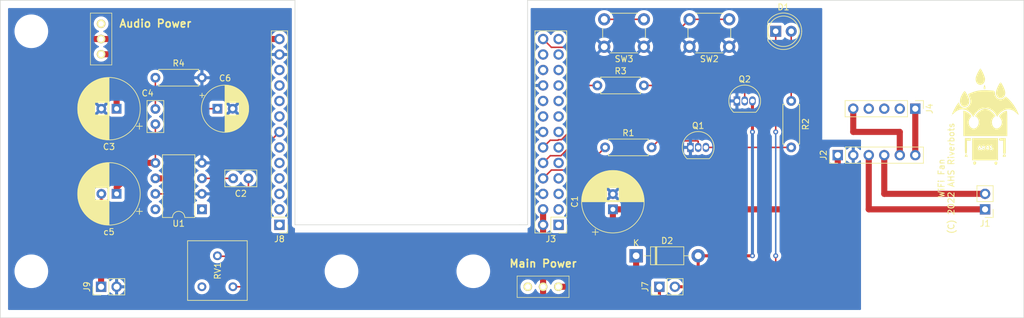
<source format=kicad_pcb>
(kicad_pcb (version 20211014) (generator pcbnew)
  (layers (0 "F.Cu" signal) (31 "B.Cu" signal) (34 "B.Paste" user) (35 "F.Paste" user) (36 "B.SilkS" user "B.Silkscreen") (37 "F.SilkS" user "F.Silkscreen") (38 "B.Mask" user) (39 "F.Mask" user) (44 "Edge.Cuts" user))
  (net 0 "")
  (net 1 "Net-(C1-Pad1)")
  (net 2 "Net-(C2-Pad2)")
  (net 3 "Net-(C2-Pad1)")
  (net 4 "GND")
  (net 5 "+5V")
  (net 6 "Net-(C4-Pad2)")
  (net 7 "Net-(C4-Pad1)")
  (net 8 "Net-(J9-Pad1)")
  (net 9 "Net-(C6-Pad1)")
  (net 10 "Net-(D1-Pad2)")
  (net 11 "Net-(D2-Pad2)")
  (net 12 "Net-(J1-Pad2)")
  (net 13 "Net-(J1-Pad1)")
  (net 14 "Net-(J2-Pad6)")
  (net 15 "Net-(J2-Pad5)")
  (net 16 "Net-(J3-Pad26)")
  (net 17 "Net-(J3-Pad25)")
  (net 18 "Net-(J3-Pad24)")
  (net 19 "Net-(J3-Pad23)")
  (net 20 "Net-(J3-Pad22)")
  (net 21 "Net-(J3-Pad21)")
  (net 22 "Net-(J3-Pad19)")
  (net 23 "Net-(J3-Pad18)")
  (net 24 "Net-(J3-Pad17)")
  (net 25 "Net-(J3-Pad16)")
  (net 26 "Net-(J3-Pad15)")
  (net 27 "Net-(J3-Pad13)")
  (net 28 "Net-(J3-Pad12)")
  (net 29 "Net-(J3-Pad11)")
  (net 30 "Net-(J3-Pad10)")
  (net 31 "Net-(J3-Pad9)")
  (net 32 "Net-(J3-Pad8)")
  (net 33 "Net-(J3-Pad7)")
  (net 34 "Net-(J3-Pad5)")
  (net 35 "Net-(J3-Pad3)")
  (net 36 "Net-(J3-Pad1)")
  (net 37 "Net-(J4-Pad4)")
  (net 38 "Net-(J4-Pad3)")
  (net 39 "Net-(J4-Pad2)")
  (net 40 "Net-(J8-Pad11)")
  (net 41 "Net-(J8-Pad10)")
  (net 42 "Net-(J8-Pad9)")
  (net 43 "Net-(J8-Pad8)")
  (net 44 "Net-(J8-Pad7)")
  (net 45 "Net-(J8-Pad6)")
  (net 46 "Net-(J8-Pad5)")
  (net 47 "Net-(J8-Pad4)")
  (net 48 "Net-(J8-Pad3)")
  (net 49 "Net-(J8-Pad2)")
  (net 50 "Net-(J8-Pad1)")
  (net 51 "Net-(Q1-Pad3)")
  (net 52 "Net-(Q1-Pad2)")
  (net 53 "Net-(Q2-Pad2)")
  (net 54 "Net-(RV1-Pad3)")
  (net 55 "Net-(SW1-Pad3)")
  (net 56 "Net-(SW4-Pad1)")
  (net 57 "Net-(U1-Pad8)")
  (net 58 "Net-(U1-Pad1)")
  (net 59 "Net-(C3-Pad1)")
  (footprint "Capacitor_THT:C_Disc_D5.0mm_W2.5mm_P2.50mm" (layer "F.Cu") (at 104.14 96.52 180)
    (fp_text reference "C2" (at 1.25 -2.5) (layer "F.SilkS"))
    (fp_text value "10n")
    (pad "1" thru_hole circle locked (at 0 0 180) (size 1.6 1.6) (drill 0.8) (layers *.Cu *.Mask) (net 3 "Net-(C2-Pad1)"))
    (pad "2" thru_hole circle locked (at 2.5 0 180) (size 1.6 1.6) (drill 0.8) (layers *.Cu *.Mask) (net 2 "Net-(C2-Pad2)"))
  )
  (footprint "Capacitor_THT:C_Disc_D5.0mm_W2.5mm_P2.50mm" (layer "F.Cu") (at 88.9 87.63 90)
    (fp_text reference "C4" (at 5.08 -1.27 180) (layer "F.SilkS"))
    (fp_text value "10n")
    (pad "1" thru_hole circle locked (at 0 0 90) (size 1.6 1.6) (drill 0.8) (layers *.Cu *.Mask) (net 7 "Net-(C4-Pad1)"))
    (pad "2" thru_hole circle locked (at 2.5 0 90) (size 1.6 1.6) (drill 0.8) (layers *.Cu *.Mask) (net 6 "Net-(C4-Pad2)"))
  )
  (footprint "Capacitor_THT:CP_Radial_D10.0mm_P2.50mm" (layer "F.Cu") (at 82.55 99.06 180)
    (fp_text reference "c5" (at 1.25 -6.25) (layer "F.SilkS"))
    (fp_text value "100u")
    (pad "1" thru_hole rect locked (at 0 0 180) (size 1.6 1.6) (drill 0.8) (layers *.Cu *.Mask) (net 7 "Net-(C4-Pad1)"))
    (pad "2" thru_hole circle locked (at 2.5 0 180) (size 1.6 1.6) (drill 0.8) (layers *.Cu *.Mask) (net 8 "Net-(J9-Pad1)"))
  )
  (footprint "Capacitor_THT:CP_Radial_D7.5mm_P2.50mm" (layer "F.Cu") (at 99.06 85.09)
    (fp_text reference "C6" (at 1.25 -5) (layer "F.SilkS"))
    (fp_text value "10u")
    (pad "1" thru_hole rect locked (at 0 0) (size 1.6 1.6) (drill 0.8) (layers *.Cu *.Mask) (net 9 "Net-(C6-Pad1)"))
    (pad "2" thru_hole circle locked (at 2.5 0) (size 1.6 1.6) (drill 0.8) (layers *.Cu *.Mask) (net 4 "GND"))
  )
  (footprint "LED_THT:LED_D5.0mm" (layer "F.Cu") (at 190.5 72.39)
    (fp_text reference "D1" (at 1.27 -3.96) (layer "F.SilkS"))
    (fp_text value "LED")
    (pad "1" thru_hole rect locked (at 0 0) (size 1.8 1.8) (drill 0.9) (layers *.Cu *.Mask) (net 5 "+5V"))
    (pad "2" thru_hole circle locked (at 2.54 0) (size 1.8 1.8) (drill 0.9) (layers *.Cu *.Mask) (net 10 "Net-(D1-Pad2)"))
  )
  (footprint "Diode_THT:D_DO-41_SOD81_P10.16mm_Horizontal" (layer "F.Cu") (at 167.64 109.22)
    (fp_text reference "D2" (at 5.08 -2.47) (layer "F.SilkS"))
    (fp_text value "1N4001")
    (fp_text user "K" (at 0 -2.1) (layer "F.SilkS"))
    (pad "1" thru_hole rect locked (at 0 0) (size 2.2 2.2) (drill 1.1) (layers *.Cu *.Mask) (net 5 "+5V"))
    (pad "2" thru_hole oval locked (at 10.16 0) (size 2.2 2.2) (drill 1.1) (layers *.Cu *.Mask) (net 11 "Net-(D2-Pad2)"))
  )
  (footprint "Connector_PinHeader_2.54mm:PinHeader_1x02_P2.54mm_Vertical" (layer "F.Cu") (at 224.79 101.6 180)
    (fp_text reference "J1" (at 0 -2.33) (layer "F.SilkS"))
    (fp_text value "Batt")
    (pad "1" thru_hole rect locked (at 0 0 180) (size 1.7 1.7) (drill 1) (layers *.Cu *.Mask) (net 13 "Net-(J1-Pad1)"))
    (pad "2" thru_hole oval locked (at 0 2.54 180) (size 1.7 1.7) (drill 1) (layers *.Cu *.Mask) (net 12 "Net-(J1-Pad2)"))
  )
  (footprint "Connector_PinHeader_2.54mm:PinHeader_1x06_P2.54mm_Vertical" (layer "F.Cu") (at 200.66 92.71 90)
    (fp_text reference "J2" (at 0 -2.33 90) (layer "F.SilkS"))
    (fp_text value "Chrg_Ctrl")
    (pad "1" thru_hole rect locked (at 0 0 90) (size 1.7 1.7) (drill 1) (layers *.Cu *.Mask) (net 1 "Net-(C1-Pad1)"))
    (pad "2" thru_hole oval locked (at 0 2.54 90) (size 1.7 1.7) (drill 1) (layers *.Cu *.Mask) (net 4 "GND"))
    (pad "3" thru_hole oval locked (at 0 5.08 90) (size 1.7 1.7) (drill 1) (layers *.Cu *.Mask) (net 13 "Net-(J1-Pad1)"))
    (pad "4" thru_hole oval locked (at 0 7.62 90) (size 1.7 1.7) (drill 1) (layers *.Cu *.Mask) (net 12 "Net-(J1-Pad2)"))
    (pad "5" thru_hole oval locked (at 0 10.16 90) (size 1.7 1.7) (drill 1) (layers *.Cu *.Mask) (net 15 "Net-(J2-Pad5)"))
    (pad "6" thru_hole oval locked (at 0 12.7 90) (size 1.7 1.7) (drill 1) (layers *.Cu *.Mask) (net 14 "Net-(J2-Pad6)"))
  )
  (footprint "Connector_PinHeader_2.54mm:PinHeader_2x13_P2.54mm_Vertical" (layer "F.Cu") (at 154.94 104.14 180)
    (fp_text reference "J3" (at 1.27 -2.33) (layer "F.SilkS"))
    (fp_text value "PiZero_26")
    (pad "1" thru_hole rect locked (at 0 0 180) (size 1.7 1.7) (drill 1) (layers *.Cu *.Mask) (net 36 "Net-(J3-Pad1)"))
    (pad "2" thru_hole oval locked (at 2.54 0 180) (size 1.7 1.7) (drill 1) (layers *.Cu *.Mask) (net 5 "+5V"))
    (pad "3" thru_hole oval locked (at 0 2.54 180) (size 1.7 1.7) (drill 1) (layers *.Cu *.Mask) (net 35 "Net-(J3-Pad3)"))
    (pad "4" thru_hole oval locked (at 2.54 2.54 180) (size 1.7 1.7) (drill 1) (layers *.Cu *.Mask) (net 5 "+5V"))
    (pad "5" thru_hole oval locked (at 0 5.08 180) (size 1.7 1.7) (drill 1) (layers *.Cu *.Mask) (net 34 "Net-(J3-Pad5)"))
    (pad "6" thru_hole oval locked (at 2.54 5.08 180) (size 1.7 1.7) (drill 1) (layers *.Cu *.Mask) (net 4 "GND"))
    (pad "7" thru_hole oval locked (at 0 7.62 180) (size 1.7 1.7) (drill 1) (layers *.Cu *.Mask) (net 33 "Net-(J3-Pad7)"))
    (pad "8" thru_hole oval locked (at 2.54 7.62 180) (size 1.7 1.7) (drill 1) (layers *.Cu *.Mask) (net 32 "Net-(J3-Pad8)"))
    (pad "9" thru_hole oval locked (at 0 10.16 180) (size 1.7 1.7) (drill 1) (layers *.Cu *.Mask) (net 31 "Net-(J3-Pad9)"))
    (pad "10" thru_hole oval locked (at 2.54 10.16 180) (size 1.7 1.7) (drill 1) (layers *.Cu *.Mask) (net 30 "Net-(J3-Pad10)"))
    (pad "11" thru_hole oval locked (at 0 12.7 180) (size 1.7 1.7) (drill 1) (layers *.Cu *.Mask) (net 29 "Net-(J3-Pad11)"))
    (pad "12" thru_hole oval locked (at 2.54 12.7 180) (size 1.7 1.7) (drill 1) (layers *.Cu *.Mask) (net 28 "Net-(J3-Pad12)"))
    (pad "13" thru_hole oval locked (at 0 15.24 180) (size 1.7 1.7) (drill 1) (layers *.Cu *.Mask) (net 27 "Net-(J3-Pad13)"))
    (pad "14" thru_hole oval locked (at 2.54 15.24 180) (size 1.7 1.7) (drill 1) (layers *.Cu *.Mask) (net 4 "GND"))
    (pad "15" thru_hole oval locked (at 0 17.78 180) (size 1.7 1.7) (drill 1) (layers *.Cu *.Mask) (net 26 "Net-(J3-Pad15)"))
    (pad "16" thru_hole oval locked (at 2.54 17.78 180) (size 1.7 1.7) (drill 1) (layers *.Cu *.Mask) (net 25 "Net-(J3-Pad16)"))
    (pad "17" thru_hole oval locked (at 0 20.32 180) (size 1.7 1.7) (drill 1) (layers *.Cu *.Mask) (net 24 "Net-(J3-Pad17)"))
    (pad "18" thru_hole oval locked (at 2.54 20.32 180) (size 1.7 1.7) (drill 1) (layers *.Cu *.Mask) (net 23 "Net-(J3-Pad18)"))
    (pad "19" thru_hole oval locked (at 0 22.86 180) (size 1.7 1.7) (drill 1) (layers *.Cu *.Mask) (net 22 "Net-(J3-Pad19)"))
    (pad "20" thru_hole oval locked (at 2.54 22.86 180) (size 1.7 1.7) (drill 1) (layers *.Cu *.Mask) (net 4 "GND"))
    (pad "21" thru_hole oval locked (at 0 25.4 180) (size 1.7 1.7) (drill 1) (layers *.Cu *.Mask) (net 21 "Net-(J3-Pad21)"))
    (pad "22" thru_hole oval locked (at 2.54 25.4 180) (size 1.7 1.7) (drill 1) (layers *.Cu *.Mask) (net 20 "Net-(J3-Pad22)"))
    (pad "23" thru_hole oval locked (at 0 27.94 180) (size 1.7 1.7) (drill 1) (layers *.Cu *.Mask) (net 19 "Net-(J3-Pad23)"))
    (pad "24" thru_hole oval locked (at 2.54 27.94 180) (size 1.7 1.7) (drill 1) (layers *.Cu *.Mask) (net 18 "Net-(J3-Pad24)"))
    (pad "25" thru_hole oval locked (at 0 30.48 180) (size 1.7 1.7) (drill 1) (layers *.Cu *.Mask) (net 17 "Net-(J3-Pad25)"))
    (pad "26" thru_hole oval locked (at 2.54 30.48 180) (size 1.7 1.7) (drill 1) (layers *.Cu *.Mask) (net 16 "Net-(J3-Pad26)"))
  )
  (footprint "Connector_PinHeader_2.54mm:PinHeader_1x05_P2.54mm_Vertical" (layer "F.Cu") (at 213.36 85.09 -90)
    (fp_text reference "J4" (at 0 -2.33 90) (layer "F.SilkS"))
    (fp_text value "MicroUSB")
    (pad "1" thru_hole rect locked (at 0 0 270) (size 1.7 1.7) (drill 1) (layers *.Cu *.Mask) (net 14 "Net-(J2-Pad6)"))
    (pad "2" thru_hole oval locked (at 0 2.54 270) (size 1.7 1.7) (drill 1) (layers *.Cu *.Mask) (net 39 "Net-(J4-Pad2)"))
    (pad "3" thru_hole oval locked (at 0 5.08 270) (size 1.7 1.7) (drill 1) (layers *.Cu *.Mask) (net 38 "Net-(J4-Pad3)"))
    (pad "4" thru_hole oval locked (at 0 7.62 270) (size 1.7 1.7) (drill 1) (layers *.Cu *.Mask) (net 37 "Net-(J4-Pad4)"))
    (pad "5" thru_hole oval locked (at 0 10.16 270) (size 1.7 1.7) (drill 1) (layers *.Cu *.Mask) (net 15 "Net-(J2-Pad5)"))
  )
  (footprint "Connector_PinHeader_2.54mm:PinHeader_1x02_P2.54mm_Vertical" (layer "F.Cu") (at 171.45 114.3 90)
    (fp_text reference "J7" (at 0 -2.33 90) (layer "F.SilkS"))
    (fp_text value "Fan")
    (pad "1" thru_hole rect locked (at 0 0 90) (size 1.7 1.7) (drill 1) (layers *.Cu *.Mask) (net 5 "+5V"))
    (pad "2" thru_hole oval locked (at 0 2.54 90) (size 1.7 1.7) (drill 1) (layers *.Cu *.Mask) (net 11 "Net-(D2-Pad2)"))
  )
  (footprint "Connector_PinHeader_2.54mm:PinHeader_1x13_P2.54mm_Vertical" (layer "F.Cu") (at 109.22 104.14 180)
    (fp_text reference "J8" (at 0 -2.33) (layer "F.SilkS"))
    (fp_text value "PiZero_Anlg")
    (pad "1" thru_hole rect locked (at 0 0 180) (size 1.7 1.7) (drill 1) (layers *.Cu *.Mask) (net 50 "Net-(J8-Pad1)"))
    (pad "2" thru_hole oval locked (at 0 2.54 180) (size 1.7 1.7) (drill 1) (layers *.Cu *.Mask) (net 49 "Net-(J8-Pad2)"))
    (pad "3" thru_hole oval locked (at 0 5.08 180) (size 1.7 1.7) (drill 1) (layers *.Cu *.Mask) (net 48 "Net-(J8-Pad3)"))
    (pad "4" thru_hole oval locked (at 0 7.62 180) (size 1.7 1.7) (drill 1) (layers *.Cu *.Mask) (net 47 "Net-(J8-Pad4)"))
    (pad "5" thru_hole oval locked (at 0 10.16 180) (size 1.7 1.7) (drill 1) (layers *.Cu *.Mask) (net 46 "Net-(J8-Pad5)"))
    (pad "6" thru_hole oval locked (at 0 12.7 180) (size 1.7 1.7) (drill 1) (layers *.Cu *.Mask) (net 45 "Net-(J8-Pad6)"))
    (pad "7" thru_hole oval locked (at 0 15.24 180) (size 1.7 1.7) (drill 1) (layers *.Cu *.Mask) (net 44 "Net-(J8-Pad7)"))
    (pad "8" thru_hole oval locked (at 0 17.78 180) (size 1.7 1.7) (drill 1) (layers *.Cu *.Mask) (net 43 "Net-(J8-Pad8)"))
    (pad "9" thru_hole oval locked (at 0 20.32 180) (size 1.7 1.7) (drill 1) (layers *.Cu *.Mask) (net 42 "Net-(J8-Pad9)"))
    (pad "10" thru_hole oval locked (at 0 22.86 180) (size 1.7 1.7) (drill 1) (layers *.Cu *.Mask) (net 41 "Net-(J8-Pad10)"))
    (pad "11" thru_hole oval locked (at 0 25.4 180) (size 1.7 1.7) (drill 1) (layers *.Cu *.Mask) (net 40 "Net-(J8-Pad11)"))
    (pad "12" thru_hole oval locked (at 0 27.94 180) (size 1.7 1.7) (drill 1) (layers *.Cu *.Mask) (net 4 "GND"))
    (pad "13" thru_hole oval locked (at 0 30.48 180) (size 1.7 1.7) (drill 1) (layers *.Cu *.Mask) (net 5 "+5V"))
  )
  (footprint "Connector_PinHeader_2.54mm:PinHeader_1x02_P2.54mm_Vertical" (layer "F.Cu") (at 80.01 114.3 90)
    (fp_text reference "J9" (at 0 -2.33 90) (layer "F.SilkS"))
    (fp_text value "Spkr")
    (pad "1" thru_hole rect locked (at 0 0 90) (size 1.7 1.7) (drill 1) (layers *.Cu *.Mask) (net 8 "Net-(J9-Pad1)"))
    (pad "2" thru_hole oval locked (at 0 2.54 90) (size 1.7 1.7) (drill 1) (layers *.Cu *.Mask) (net 4 "GND"))
  )
  (footprint "Package_TO_SOT_THT:TO-92_Inline" (layer "F.Cu") (at 176.53 91.44)
    (fp_text reference "Q1" (at 1.27 -3.56) (layer "F.SilkS"))
    (fp_text value "PN2222A")
    (pad "1" thru_hole rect locked (at 0 0) (size 1.05 1.5) (drill 0.75) (layers *.Cu *.Mask) (net 4 "GND"))
    (pad "2" thru_hole oval locked (at 1.27 0) (size 1.05 1.5) (drill 0.75) (layers *.Cu *.Mask) (net 52 "Net-(Q1-Pad2)"))
    (pad "3" thru_hole oval locked (at 2.54 0) (size 1.05 1.5) (drill 0.75) (layers *.Cu *.Mask) (net 51 "Net-(Q1-Pad3)"))
  )
  (footprint "Package_TO_SOT_THT:TO-92_Inline" (layer "F.Cu") (at 184.15 83.82)
    (fp_text reference "Q2" (at 1.27 -3.56) (layer "F.SilkS"))
    (fp_text value "PN2222A")
    (pad "1" thru_hole rect locked (at 0 0) (size 1.05 1.5) (drill 0.75) (layers *.Cu *.Mask) (net 4 "GND"))
    (pad "2" thru_hole oval locked (at 1.27 0) (size 1.05 1.5) (drill 0.75) (layers *.Cu *.Mask) (net 53 "Net-(Q2-Pad2)"))
    (pad "3" thru_hole oval locked (at 2.54 0) (size 1.05 1.5) (drill 0.75) (layers *.Cu *.Mask) (net 11 "Net-(D2-Pad2)"))
  )
  (footprint "Resistor_THT:R_Axial_DIN0207_L6.3mm_D2.5mm_P7.62mm_Horizontal" (layer "F.Cu") (at 162.56 91.44)
    (fp_text reference "R1" (at 3.81 -2.37) (layer "F.SilkS"))
    (fp_text value "3k")
    (pad "1" thru_hole circle locked (at 0 0) (size 1.6 1.6) (drill 0.8) (layers *.Cu *.Mask) (net 32 "Net-(J3-Pad8)"))
    (pad "2" thru_hole oval locked (at 7.62 0) (size 1.6 1.6) (drill 0.8) (layers *.Cu *.Mask) (net 52 "Net-(Q1-Pad2)"))
  )
  (footprint "Resistor_THT:R_Axial_DIN0207_L6.3mm_D2.5mm_P7.62mm_Horizontal" (layer "F.Cu") (at 193.04 83.82 -90)
    (fp_text reference "R2" (at 3.81 -2.37 90) (layer "F.SilkS"))
    (fp_text value "150")
    (pad "1" thru_hole circle locked (at 0 0 270) (size 1.6 1.6) (drill 0.8) (layers *.Cu *.Mask) (net 10 "Net-(D1-Pad2)"))
    (pad "2" thru_hole oval locked (at 7.62 0 270) (size 1.6 1.6) (drill 0.8) (layers *.Cu *.Mask) (net 51 "Net-(Q1-Pad3)"))
  )
  (footprint "Resistor_THT:R_Axial_DIN0207_L6.3mm_D2.5mm_P7.62mm_Horizontal" (layer "F.Cu") (at 161.29 81.28)
    (fp_text reference "R3" (at 3.81 -2.37) (layer "F.SilkS"))
    (fp_text value "3k")
    (pad "1" thru_hole circle locked (at 0 0) (size 1.6 1.6) (drill 0.8) (layers *.Cu *.Mask) (net 16 "Net-(J3-Pad26)"))
    (pad "2" thru_hole oval locked (at 7.62 0) (size 1.6 1.6) (drill 0.8) (layers *.Cu *.Mask) (net 53 "Net-(Q2-Pad2)"))
  )
  (footprint "Resistor_THT:R_Axial_DIN0207_L6.3mm_D2.5mm_P7.62mm_Horizontal" (layer "F.Cu") (at 88.9 80.01)
    (fp_text reference "R4" (at 3.81 -2.37) (layer "F.SilkS"))
    (fp_text value "100")
    (pad "1" thru_hole circle locked (at 0 0) (size 1.6 1.6) (drill 0.8) (layers *.Cu *.Mask) (net 6 "Net-(C4-Pad2)"))
    (pad "2" thru_hole oval locked (at 7.62 0) (size 1.6 1.6) (drill 0.8) (layers *.Cu *.Mask) (net 4 "GND"))
  )
  (footprint "Potentiometer_THT:Potentiometer_Bourns_3386F_Vertical" (layer "F.Cu") (at 101.6 114.3 90)
    (fp_text reference "RV1" (at 2.6 -2.5 90) (layer "F.SilkS"))
    (fp_text value "100k")
    (pad "1" thru_hole circle locked (at 0 0 90) (size 1.44 1.44) (drill 0.8) (layers *.Cu *.Mask) (net 44 "Net-(J8-Pad7)"))
    (pad "2" thru_hole circle locked (at 5.08 -2.54 90) (size 1.44 1.44) (drill 0.8) (layers *.Cu *.Mask) (net 3 "Net-(C2-Pad1)"))
    (pad "3" thru_hole circle locked (at 0 -5.08 90) (size 1.44 1.44) (drill 0.8) (layers *.Cu *.Mask) (net 54 "Net-(RV1-Pad3)"))
  )
  (footprint "Button_Switch_THT:SW_PUSH_6mm" (layer "F.Cu") (at 182.88 74.93 180)
    (fp_text reference "SW2" (at 3.25 -2) (layer "F.SilkS"))
    (fp_text value "Push A")
    (pad "1" thru_hole circle locked (at 0 0 270) (size 2 2) (drill 1.1) (layers *.Cu *.Mask) (net 4 "GND"))
    (pad "1" thru_hole circle locked (at 6.5 0 270) (size 2 2) (drill 1.1) (layers *.Cu *.Mask) (net 4 "GND"))
    (pad "2" thru_hole circle locked (at 6.5 4.5 270) (size 2 2) (drill 1.1) (layers *.Cu *.Mask) (net 30 "Net-(J3-Pad10)"))
    (pad "2" thru_hole circle locked (at 0 4.5 270) (size 2 2) (drill 1.1) (layers *.Cu *.Mask) (net 30 "Net-(J3-Pad10)"))
  )
  (footprint "Button_Switch_THT:SW_PUSH_6mm" (layer "F.Cu") (at 168.91 74.93 180)
    (fp_text reference "SW3" (at 3.25 -2) (layer "F.SilkS"))
    (fp_text value "Push B")
    (pad "1" thru_hole circle locked (at 0 0 270) (size 2 2) (drill 1.1) (layers *.Cu *.Mask) (net 4 "GND"))
    (pad "1" thru_hole circle locked (at 6.5 0 270) (size 2 2) (drill 1.1) (layers *.Cu *.Mask) (net 4 "GND"))
    (pad "2" thru_hole circle locked (at 6.5 4.5 270) (size 2 2) (drill 1.1) (layers *.Cu *.Mask) (net 28 "Net-(J3-Pad12)"))
    (pad "2" thru_hole circle locked (at 0 4.5 270) (size 2 2) (drill 1.1) (layers *.Cu *.Mask) (net 28 "Net-(J3-Pad12)"))
  )
  (footprint "SS12D00G3:SS12D00G3" (layer "F.Cu") (at 80.01 73.66 -90)
    (fp_text reference "Audio Power" (at -2.54 -8.89 180) (layer "F.SilkS") (effects (font (size 1.27 1.27) (thickness 0.254))))
    (fp_text value "Audio Pwr" hide)
    (pad "1" thru_hole circle locked (at -2.5 0) (size 1.4 1.4) (drill 0.9) (layers *.Cu *.Mask "F.SilkS") (net 56 "Net-(SW4-Pad1)"))
    (pad "2" thru_hole circle locked (at 0 0) (size 1.4 1.4) (drill 0.9) (layers *.Cu *.Mask "F.SilkS") (net 5 "+5V"))
    (pad "3" thru_hole circle locked (at 2.5 0) (size 1.4 1.4) (drill 0.9) (layers *.Cu *.Mask "F.SilkS") (net 59 "Net-(C3-Pad1)"))
  )
  (footprint "Package_DIP:DIP-8_W7.62mm" (layer "F.Cu") (at 96.52 101.6 180)
    (fp_text reference "U1" (at 3.81 -2.33) (layer "F.SilkS"))
    (fp_text value "LM386")
    (pad "1" thru_hole rect locked (at 0 0 180) (size 1.6 1.6) (drill 0.8) (layers *.Cu *.Mask) (net 58 "Net-(U1-Pad1)"))
    (pad "2" thru_hole oval locked (at 0 2.54 180) (size 1.6 1.6) (drill 0.8) (layers *.Cu *.Mask) (net 4 "GND"))
    (pad "3" thru_hole oval locked (at 0 5.08 180) (size 1.6 1.6) (drill 0.8) (layers *.Cu *.Mask) (net 2 "Net-(C2-Pad2)"))
    (pad "4" thru_hole oval locked (at 0 7.62 180) (size 1.6 1.6) (drill 0.8) (layers *.Cu *.Mask) (net 4 "GND"))
    (pad "5" thru_hole oval locked (at 7.62 7.62 180) (size 1.6 1.6) (drill 0.8) (layers *.Cu *.Mask) (net 7 "Net-(C4-Pad1)"))
    (pad "6" thru_hole oval locked (at 7.62 5.08 180) (size 1.6 1.6) (drill 0.8) (layers *.Cu *.Mask) (net 59 "Net-(C3-Pad1)"))
    (pad "7" thru_hole oval locked (at 7.62 2.54 180) (size 1.6 1.6) (drill 0.8) (layers *.Cu *.Mask) (net 9 "Net-(C6-Pad1)"))
    (pad "8" thru_hole oval locked (at 7.62 0 180) (size 1.6 1.6) (drill 0.8) (layers *.Cu *.Mask) (net 57 "Net-(U1-Pad8)"))
  )
  (footprint "Capacitor_THT:CP_Radial_D10.0mm_P2.50mm" (layer "F.Cu") (at 163.83 101.6 90)
    (fp_text reference "C1" (at 1.25 -6.25 90) (layer "F.SilkS"))
    (fp_text value "2200u")
    (pad "1" thru_hole rect locked (at 0 0 90) (size 1.6 1.6) (drill 0.8) (layers *.Cu *.Mask) (net 1 "Net-(C1-Pad1)"))
    (pad "2" thru_hole circle locked (at 2.5 0 90) (size 1.6 1.6) (drill 0.8) (layers *.Cu *.Mask) (net 4 "GND"))
  )
  (footprint "SS12D00G3:SS12D00G3" (layer "F.Cu") (at 152.4 114.3 180)
    (fp_text reference "Main Power" (at 0 3.81) (layer "F.SilkS") (effects (font (size 1.27 1.27) (thickness 0.254))))
    (fp_text value "Main Pwr" hide)
    (pad "1" thru_hole circle locked (at -2.5 0 270) (size 1.4 1.4) (drill 0.9) (layers *.Cu *.Mask "F.SilkS") (net 1 "Net-(C1-Pad1)"))
    (pad "2" thru_hole circle locked (at 0 0 270) (size 1.4 1.4) (drill 0.9) (layers *.Cu *.Mask "F.SilkS") (net 5 "+5V"))
    (pad "3" thru_hole circle locked (at 2.5 0 270) (size 1.4 1.4) (drill 0.9) (layers *.Cu *.Mask "F.SilkS") (net 55 "Net-(SW1-Pad3)"))
  )
  (footprint "Capacitor_THT:CP_Radial_D10.0mm_P2.50mm" (layer "F.Cu") (at 82.55 85.09 180)
    (fp_text reference "C3" (at 1.25 -6.25) (layer "F.SilkS"))
    (fp_text value "100u")
    (pad "1" thru_hole rect locked (at 0 0 180) (size 1.6 1.6) (drill 0.8) (layers *.Cu *.Mask) (net 59 "Net-(C3-Pad1)"))
    (pad "2" thru_hole circle locked (at 2.5 0 180) (size 1.6 1.6) (drill 0.8) (layers *.Cu *.Mask) (net 4 "GND"))
  )
  (footprint "MountingHole:MountingHole_4.5mm" (layer "F.Cu") (at 224.79 73.66)
    (fp_text reference "REF**" hide)
    (fp_text value "MountingHole_4.5mm" hide)
    (pad "" np_thru_hole circle locked (at 0 0) (size 4.5 4.5) (drill 4.5) (layers *.Cu *.Mask))
  )
  (footprint "MountingHole:MountingHole_4.5mm" (layer "F.Cu") (at 224.79 111.76)
    (fp_text reference "REF**" hide)
    (fp_text value "MountingHole_4.5mm" hide)
    (pad "" np_thru_hole circle locked (at 0 0) (size 4.5 4.5) (drill 4.5) (layers *.Cu *.Mask))
  )
  (footprint "MountingHole:MountingHole_4.5mm" (layer "F.Cu") (at 140.97 111.76)
    (fp_text reference "REF**" hide)
    (fp_text value "MountingHole_4.5mm" hide)
    (pad "" np_thru_hole circle locked (at 0 0) (size 4.5 4.5) (drill 4.5) (layers *.Cu *.Mask))
  )
  (footprint "MountingHole:MountingHole_4.5mm" (layer "F.Cu") (at 68.58 72.39)
    (fp_text reference "REF**" hide)
    (fp_text value "MountingHole_4.5mm" hide)
    (pad "" np_thru_hole circle locked (at 0 0) (size 4.5 4.5) (drill 4.5) (layers *.Cu *.Mask))
  )
  (footprint "MountingHole:MountingHole_4.5mm" (layer "F.Cu") (at 68.58 111.76)
    (fp_text reference "REF**" hide)
    (fp_text value "MountingHole_4.5mm" hide)
    (pad "" np_thru_hole circle locked (at 0 0) (size 4.5 4.5) (drill 4.5) (layers *.Cu *.Mask))
  )
  (footprint "MountingHole:MountingHole_4.5mm" (layer "F.Cu") (at 119.38 111.76)
    (fp_text reference "REF**" hide)
    (fp_text value "MountingHole_4.5mm" hide)
    (pad "" np_thru_hole circle locked (at 0 0) (size 4.5 4.5) (drill 4.5) (layers *.Cu *.Mask))
  )
  (footprint "misc:riverbots" (layer "F.Cu") (at 224.79 86.36)
    (fp_text reference "G***" hide)
    (fp_text value "LOGO" hide)
  )
  (gr_line (start 148.59 104.14) (end 149.86 104.14) (layer "Edge.Cuts") (width 0.1))
  (gr_line (start 111.76 104.14) (end 148.59 104.14) (layer "Edge.Cuts") (width 0.1))
  (gr_line (start 231.14 67.31) (end 231.14 119.38) (layer "Edge.Cuts") (width 0.1))
  (gr_line (start 149.86 104.14) (end 149.86 67.31) (layer "Edge.Cuts") (width 0.1))
  (gr_line (start 231.14 119.38) (end 63.5 119.38) (layer "Edge.Cuts") (width 0.1))
  (gr_line (start 63.5 67.31) (end 111.76 67.31) (layer "Edge.Cuts") (width 0.1))
  (gr_line (start 63.5 119.38) (end 63.5 67.31) (layer "Edge.Cuts") (width 0.1))
  (gr_line (start 149.86 67.31) (end 231.14 67.31) (layer "Edge.Cuts") (width 0.1))
  (gr_line (start 111.76 67.31) (end 111.76 104.14) (layer "Edge.Cuts") (width 0.1))
  (gr_text "WiFi Fan\n(C) 2022 AHS Riverbots" (at 218.44 96.52 90) (layer "F.SilkS") (effects (font (size 1 1))))
  (segment (start 200.66 101.6) (end 200.66 92.71) (width 1) (layer "F.Cu") (net 1))
  (segment (start 154.9 114.3) (end 163.83 114.3) (width 1) (layer "F.Cu") (net 1))
  (segment (start 163.83 101.6) (end 200.66 101.6) (width 1) (layer "F.Cu") (net 1))
  (segment (start 163.83 114.3) (end 163.83 101.6) (width 1) (layer "F.Cu") (net 1))
  (segment (start 101.64 96.52) (end 96.52 96.52) (width 0.25) (layer "F.Cu") (net 2))
  (segment (start 104.14 96.52) (end 104.14 109.22) (width 0.25) (layer "F.Cu") (net 3))
  (segment (start 104.14 109.22) (end 104.06 109.3) (width 0.25) (layer "F.Cu") (net 3))
  (segment (start 104.06 109.3) (end 99.1 109.3) (width 0.25) (layer "F.Cu") (net 3))
  (segment (start 74.93 116.84) (end 74.93 73.66) (width 1) (layer "F.Cu") (net 5))
  (segment (start 152.4 104.14) (end 152.4 114.3) (width 1) (layer "F.Cu") (net 5))
  (segment (start 74.93 116.84) (end 152.4 116.84) (width 1) (layer "F.Cu") (net 5))
  (segment (start 190.5 116.84) (end 190.5 109.22) (width 0.25) (layer "F.Cu") (net 5))
  (segment (start 152.4 101.6) (end 152.4 104.14) (width 1) (layer "F.Cu") (net 5))
  (segment (start 152.4 114.3) (end 152.4 116.84) (width 1) (layer "F.Cu") (net 5))
  (segment (start 167.64 109.22) (end 167.64 116.84) (width 1) (layer "F.Cu") (net 5))
  (segment (start 171.45 116.84) (end 190.5 116.84) (width 0.25) (layer "F.Cu") (net 5))
  (segment (start 190.5 72.39) (end 190.5 88.9) (width 0.25) (layer "F.Cu") (net 5))
  (segment (start 80.01 73.66) (end 109.22 73.66) (width 1) (layer "F.Cu") (net 5))
  (segment (start 74.93 73.66) (end 80.01 73.66) (width 1) (layer "F.Cu") (net 5))
  (segment (start 171.45 114.3) (end 171.45 116.84) (width 0.5) (layer "F.Cu") (net 5))
  (segment (start 152.4 116.84) (end 167.64 116.84) (width 1) (layer "F.Cu") (net 5))
  (segment (start 167.64 116.84) (end 171.45 116.84) (width 1) (layer "F.Cu") (net 5))
  (via (at 190.5 88.9) (size 0.8) (drill 0.4) (layers "F.Cu" "B.Cu") (net 5))
  (via (at 190.5 109.22) (size 0.8) (drill 0.4) (layers "F.Cu" "B.Cu") (net 5))
  (segment (start 190.5 88.9) (end 190.5 109.22) (width 0.25) (layer "B.Cu") (net 5))
  (segment (start 88.9 85.13) (end 88.9 80.01) (width 0.25) (layer "F.Cu") (net 6))
  (segment (start 86.58 93.98) (end 82.55 98.01) (width 1) (layer "F.Cu") (net 7))
  (segment (start 88.9 93.98) (end 88.9 87.63) (width 0.25) (layer "F.Cu") (net 7))
  (segment (start 82.55 98.01) (end 82.55 99.06) (width 0.25) (layer "F.Cu") (net 7))
  (segment (start 88.9 93.98) (end 86.58 93.98) (width 1) (layer "F.Cu") (net 7))
  (segment (start 80.01 109.05) (end 80.01 114.3) (width 1) (layer "F.Cu") (net 8))
  (segment (start 80.05 109.01) (end 80.05 100.37) (width 1) (layer "F.Cu") (net 8))
  (segment (start 80.05 109.01) (end 80.01 109.05) (width 0.25) (layer "F.Cu") (net 8))
  (segment (start 80.05 100.37) (end 80.05 99.06) (width 0.25) (layer "F.Cu") (net 8))
  (segment (start 93.98 85.09) (end 93.98 99.06) (width 0.25) (layer "F.Cu") (net 9))
  (segment (start 93.98 99.06) (end 88.9 99.06) (width 0.25) (layer "F.Cu") (net 9))
  (segment (start 99.06 85.09) (end 93.98 85.09) (width 0.25) (layer "F.Cu") (net 9))
  (segment (start 193.04 83.82) (end 193.04 72.39) (width 0.25) (layer "F.Cu") (net 10))
  (segment (start 186.69 83.82) (end 186.69 88.9) (width 0.5) (layer "F.Cu") (net 11))
  (segment (start 177.8 109.22) (end 186.69 109.22) (width 0.5) (layer "F.Cu") (net 11))
  (segment (start 177.8 109.22) (end 177.8 114.3) (width 0.5) (layer "F.Cu") (net 11))
  (segment (start 177.8 114.3) (end 173.99 114.3) (width 0.5) (layer "F.Cu") (net 11))
  (via (at 186.69 88.9) (size 0.8) (drill 0.4) (layers "F.Cu" "B.Cu") (net 11))
  (via (at 186.69 109.22) (size 0.8) (drill 0.4) (layers "F.Cu" "B.Cu") (net 11))
  (segment (start 186.69 88.9) (end 186.69 109.22) (width 0.5) (layer "B.Cu") (net 11))
  (segment (start 208.28 99.06) (end 208.28 92.71) (width 1) (layer "F.Cu") (net 12))
  (segment (start 224.79 99.06) (end 208.28 99.06) (width 1) (layer "F.Cu") (net 12))
  (segment (start 205.74 92.71) (end 205.74 101.6) (width 1) (layer "F.Cu") (net 13))
  (segment (start 205.74 101.6) (end 224.79 101.6) (width 1) (layer "F.Cu") (net 13))
  (segment (start 213.36 85.09) (end 213.36 92.71) (width 1) (layer "F.Cu") (net 14))
  (segment (start 210.82 92.71) (end 210.82 88.9) (width 1) (layer "F.Cu") (net 15))
  (segment (start 210.82 88.9) (end 203.2 88.9) (width 1) (layer "F.Cu") (net 15))
  (segment (start 203.2 88.9) (end 203.2 85.09) (width 1) (layer "F.Cu") (net 15))
  (segment (start 157.48 75.119998) (end 157.48 81.28) (width 0.25) (layer "F.Cu") (net 16))
  (segment (start 152.4 73.66) (end 153.764999 75.024999) (width 0.25) (layer "F.Cu") (net 16))
  (segment (start 153.764999 75.024999) (end 157.385001 75.024999) (width 0.25) (layer "F.Cu") (net 16))
  (segment (start 157.48 81.28) (end 161.29 81.28) (width 0.25) (layer "F.Cu") (net 16))
  (segment (start 157.385001 75.024999) (end 157.48 75.119998) (width 0.25) (layer "F.Cu") (net 16))
  (segment (start 162.41 70.43) (end 164.41 70.43) (width 0.25) (layer "F.Cu") (net 28))
  (segment (start 153.575001 90.264999) (end 154.845001 90.264999) (width 0.25) (layer "F.Cu") (net 28))
  (segment (start 164.41 70.43) (end 164.41 81.169002) (width 0.25) (layer "F.Cu") (net 28))
  (segment (start 164.41 81.169002) (end 155.409002 90.17) (width 0.25) (layer "F.Cu") (net 28))
  (segment (start 154.94 90.17) (end 154.845001 90.264999) (width 0.25) (layer "F.Cu") (net 28))
  (segment (start 164.41 70.43) (end 168.91 70.43) (width 0.25) (layer "F.Cu") (net 28))
  (segment (start 152.4 91.44) (end 153.575001 90.264999) (width 0.25) (layer "F.Cu") (net 28))
  (segment (start 155.409002 90.17) (end 154.94 90.17) (width 0.25) (layer "F.Cu") (net 28))
  (segment (start 166.37 72.39) (end 174.42 72.39) (width 0.25) (layer "F.Cu") (net 30))
  (segment (start 174.42 72.39) (end 176.38 70.43) (width 0.25) (layer "F.Cu") (net 30))
  (segment (start 166.37 81.749002) (end 166.37 72.39) (width 0.25) (layer "F.Cu") (net 30))
  (segment (start 155.314003 92.804999) (end 166.37 81.749002) (width 0.25) (layer "F.Cu") (net 30))
  (segment (start 152.4 93.98) (end 153.575001 92.804999) (width 0.25) (layer "F.Cu") (net 30))
  (segment (start 176.38 70.43) (end 182.88 70.43) (width 0.25) (layer "F.Cu") (net 30))
  (segment (start 153.575001 92.804999) (end 155.314003 92.804999) (width 0.25) (layer "F.Cu") (net 30))
  (segment (start 152.4 96.52) (end 153.764999 95.155001) (width 0.25) (layer "F.Cu") (net 32))
  (segment (start 162.56 91.44) (end 158.844999 95.155001) (width 0.25) (layer "F.Cu") (net 32))
  (segment (start 158.844999 95.155001) (end 153.764999 95.155001) (width 0.25) (layer "F.Cu") (net 32))
  (segment (start 106.68 91.44) (end 106.68 114.3) (width 0.25) (layer "F.Cu") (net 44))
  (segment (start 106.68 114.3) (end 101.6 114.3) (width 0.25) (layer "F.Cu") (net 44))
  (segment (start 109.22 88.9) (end 106.68 91.44) (width 0.25) (layer "F.Cu") (net 44))
  (segment (start 179.07 91.44) (end 193.04 91.44) (width 0.25) (layer "F.Cu") (net 51))
  (segment (start 170.18 91.44) (end 171.255001 90.364999) (width 0.25) (layer "F.Cu") (net 52))
  (segment (start 177.8 90.44) (end 177.724999 90.364999) (width 0.25) (layer "F.Cu") (net 52))
  (segment (start 177.724999 90.364999) (end 171.255001 90.364999) (width 0.25) (layer "F.Cu") (net 52))
  (segment (start 177.8 91.44) (end 177.8 90.44) (width 0.25) (layer "F.Cu") (net 52))
  (segment (start 185.42 81.28) (end 185.42 83.82) (width 0.25) (layer "F.Cu") (net 53))
  (segment (start 168.91 81.28) (end 185.42 81.28) (width 0.25) (layer "F.Cu") (net 53))
  (segment (start 80.01 76.16) (end 82.51 76.16) (width 1) (layer "F.Cu") (net 59))
  (segment (start 82.51 76.16) (end 82.55 76.2) (width 0.25) (layer "F.Cu") (net 59))
  (segment (start 91.4 76.16) (end 91.4 96.48) (width 1) (layer "F.Cu") (net 59))
  (segment (start 82.55 76.2) (end 82.55 85.09) (width 1) (layer "F.Cu") (net 59))
  (segment (start 82.51 76.16) (end 91.4 76.16) (width 1) (layer "F.Cu") (net 59))
  (segment (start 91.4 96.48) (end 91.36 96.52) (width 0.25) (layer "F.Cu") (net 59))
  (segment (start 91.36 96.52) (end 88.9 96.52) (width 1) (layer "F.Cu") (net 59))
  (zone (net 4) (net_name "GND") (layer "B.Cu") (connect_pads (clearance 0.508)) (min_thickness 0.254) (fill yes (thermal_gap 0.508) (thermal_bridge_width 0.508))
    (polygon (pts (xy 111.76 105.41) (xy 149.86 105.41) (xy 149.86 68.58) (xy 198.12 68.58) (xy 198.12 90.17) (xy 204.47 90.17) (xy 204.47 118.11) (xy 64.77 118.11) (xy 64.77 68.58) (xy 111.76 68.58)))
  )
)
</source>
